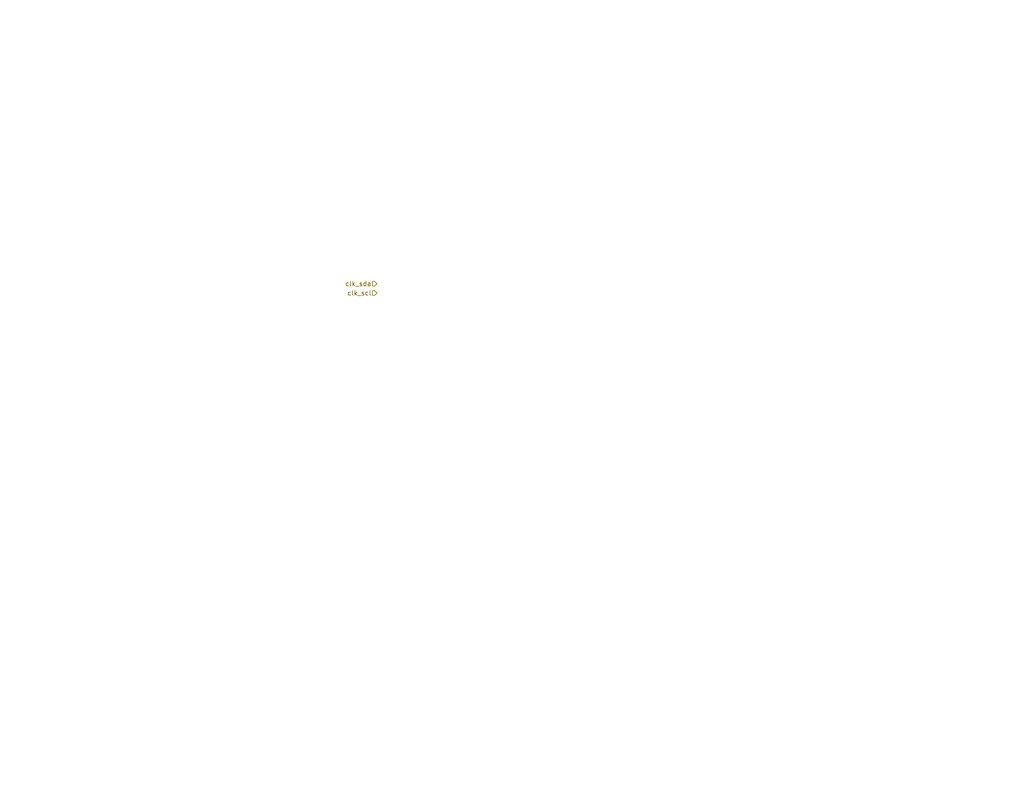
<source format=kicad_sch>
(kicad_sch (version 20230121) (generator eeschema)
  (paper "USLetter")
  (lib_symbols)
  (hierarchical_label "clk_scl" (shape input) (at 102.87 80.01 180))
  (hierarchical_label "clk_sda" (shape input) (at 102.87 77.47 180))
)
</source>
